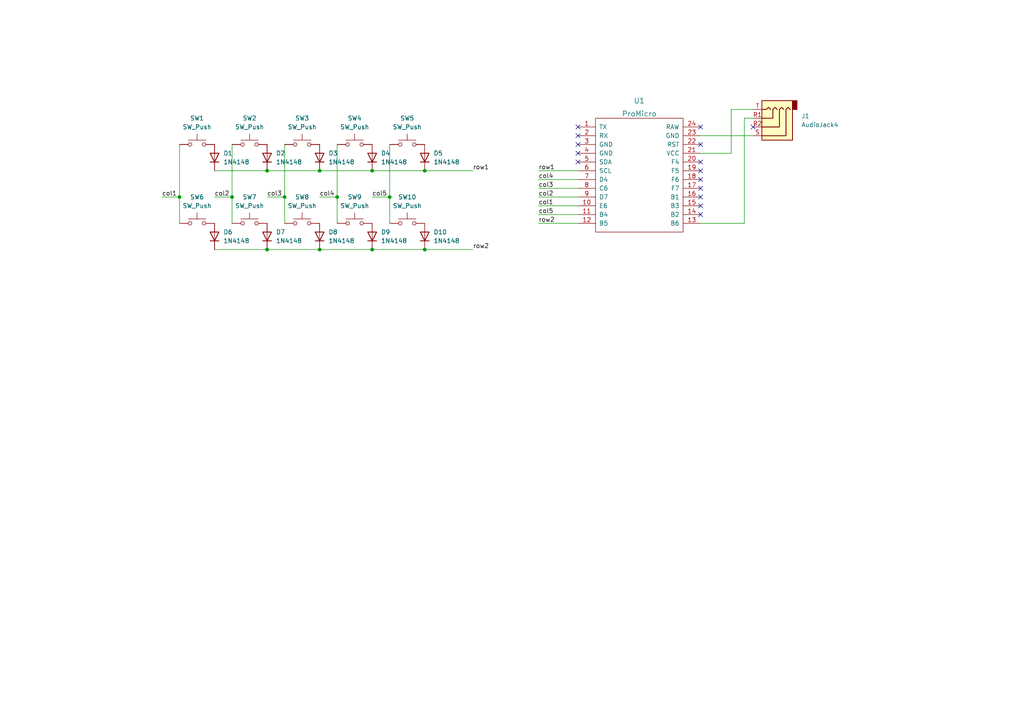
<source format=kicad_sch>
(kicad_sch (version 20211123) (generator eeschema)
  (paper "A4")
  (lib_symbols
    (symbol "Connector:AudioJack4"
      (property "Reference" "J" (at 0 8.89 0))
      (property "Value" "AudioJack4" (at 0 6.35 0))
      (symbol "AudioJack4_0_1"
        (rectangle (start -6.35 -5.08) (end -7.62 -7.62) (stroke (width 0.254)) (fill (type outline)))
        (polyline (pts (xy 0 -5.08) (xy 0.635 -5.715) (xy 1.27 -5.08) (xy 2.54 -5.08)) (stroke (width 0.254)))
        (polyline (pts (xy -5.715 -5.08) (xy -5.08 -5.715) (xy -4.445 -5.08) (xy -4.445 2.54) (xy 2.54 2.54)) (stroke (width 0.254)))
        (polyline (pts (xy -1.905 -5.08) (xy -1.27 -5.715) (xy -0.635 -5.08) (xy -0.635 -2.54) (xy 2.54 -2.54)) (stroke (width 0.254)))
        (polyline (pts (xy 2.54 0) (xy -2.54 0) (xy -2.54 -5.08) (xy -3.175 -5.715) (xy -3.81 -5.08)) (stroke (width 0.254)))
        (rectangle (start 2.54 3.81) (end -6.35 -7.62) (stroke (width 0.254)) (fill (type background)))
      )
      (symbol "AudioJack4_1_1"
        (pin passive line (at 5.08 -2.54 180) (length 2.54) (name "~") (number "R1"))
        (pin passive line (at 5.08 0 180) (length 2.54) (name "~") (number "R2"))
        (pin passive line (at 5.08 2.54 180) (length 2.54) (name "~") (number "S"))
        (pin passive line (at 5.08 -5.08 180) (length 2.54) (name "~") (number "T"))
      )
    )
    (symbol "Diode:1N4148" (pin_numbers hide) (pin_names hide)
      (property "Reference" "D" (at 0 2.54 0))
      (property "Value" "1N4148" (at 0 -2.54 0))
      (symbol "1N4148_0_1"
        (polyline (pts (xy -1.27 1.27) (xy -1.27 -1.27)) (stroke (width 0.254)))
        (polyline (pts (xy 1.27 0) (xy -1.27 0)))
        (polyline (pts (xy 1.27 1.27) (xy 1.27 -1.27) (xy -1.27 0) (xy 1.27 1.27)) (stroke (width 0.254)))
      )
      (symbol "1N4148_1_1"
        (pin passive line (at -3.81 0 0) (length 2.54) (name "K") (number "1"))
        (pin passive line (at 3.81 0 180) (length 2.54) (name "A") (number "2"))
      )
    )
    (symbol "Switch:SW_Push" (pin_numbers hide) (pin_names (offset 1.016) hide)
      (property "Reference" "SW" (at 1.27 2.54 0))
      (property "Value" "SW_Push" (at 0 -1.524 0))
      (symbol "SW_Push_0_1"
        (circle (center -2.032 0) (radius 0.508))
        (polyline (pts (xy 0 1.27) (xy 0 3.048)))
        (polyline (pts (xy 2.54 1.27) (xy -2.54 1.27)))
        (circle (center 2.032 0) (radius 0.508))
        (pin passive line (at -5.08 0 0) (length 2.54) (name "1") (number "1"))
        (pin passive line (at 5.08 0 180) (length 2.54) (name "2") (number "2"))
      )
    )
    (symbol "promicro:ProMicro" (pin_names (offset 1.016))
      (property "Reference" "U" (at 0 24.13 0))
      (property "Value" "ProMicro" (at 0 -13.97 0))
      (symbol "ProMicro_0_1"
        (rectangle (start -12.7 21.59) (end 12.7 -11.43))
      )
      (symbol "ProMicro_1_1"
        (pin bidirectional line (at -17.78 19.05 0) (length 5.08) (name "TX") (number "1"))
        (pin bidirectional line (at -17.78 -3.81 0) (length 5.08) (name "E6") (number "10"))
        (pin bidirectional line (at -17.78 -6.35 0) (length 5.08) (name "B4") (number "11"))
        (pin bidirectional line (at -17.78 -8.89 0) (length 5.08) (name "B5") (number "12"))
        (pin bidirectional line (at 17.78 -8.89 180) (length 5.08) (name "B6") (number "13"))
        (pin bidirectional line (at 17.78 -6.35 180) (length 5.08) (name "B2") (number "14"))
        (pin bidirectional line (at 17.78 -3.81 180) (length 5.08) (name "B3") (number "15"))
        (pin bidirectional line (at 17.78 -1.27 180) (length 5.08) (name "B1") (number "16"))
        (pin bidirectional line (at 17.78 1.27 180) (length 5.08) (name "F7") (number "17"))
        (pin bidirectional line (at 17.78 3.81 180) (length 5.08) (name "F6") (number "18"))
        (pin bidirectional line (at 17.78 6.35 180) (length 5.08) (name "F5") (number "19"))
        (pin bidirectional line (at -17.78 16.51 0) (length 5.08) (name "RX") (number "2"))
        (pin bidirectional line (at 17.78 8.89 180) (length 5.08) (name "F4") (number "20"))
        (pin power_in line (at 17.78 11.43 180) (length 5.08) (name "VCC") (number "21"))
        (pin input line (at 17.78 13.97 180) (length 5.08) (name "RST") (number "22"))
        (pin power_in line (at 17.78 16.51 180) (length 5.08) (name "GND") (number "23"))
        (pin power_out line (at 17.78 19.05 180) (length 5.08) (name "RAW") (number "24"))
        (pin power_in line (at -17.78 13.97 0) (length 5.08) (name "GND") (number "3"))
        (pin power_in line (at -17.78 11.43 0) (length 5.08) (name "GND") (number "4"))
        (pin bidirectional line (at -17.78 8.89 0) (length 5.08) (name "SDA") (number "5"))
        (pin bidirectional line (at -17.78 6.35 0) (length 5.08) (name "SCL") (number "6"))
        (pin bidirectional line (at -17.78 3.81 0) (length 5.08) (name "D4") (number "7"))
        (pin bidirectional line (at -17.78 1.27 0) (length 5.08) (name "C6") (number "8"))
        (pin bidirectional line (at -17.78 -1.27 0) (length 5.08) (name "D7") (number "9"))
      )
    )
  )
  (junction (at 123.19 49.53))
  (junction (at 123.19 72.39))
  (junction (at 107.95 49.53))
  (junction (at 52.07 57.15))
  (junction (at 113.03 57.15))
  (junction (at 67.31 57.15))
  (junction (at 82.55 57.15))
  (junction (at 107.95 72.39))
  (junction (at 97.79 57.15))
  (junction (at 92.71 49.53))
  (junction (at 77.47 49.53))
  (junction (at 77.47 72.39))
  (junction (at 92.71 72.39))
  (no_connect (at 203.2 52.07))
  (no_connect (at 203.2 62.23))
  (no_connect (at 167.64 41.91))
  (no_connect (at 203.2 41.91))
  (no_connect (at 167.64 36.83))
  (no_connect (at 167.64 44.45))
  (no_connect (at 203.2 49.53))
  (no_connect (at 203.2 46.99))
  (no_connect (at 167.64 46.99))
  (no_connect (at 167.64 39.37))
  (no_connect (at 203.2 59.69))
  (no_connect (at 218.44 36.83))
  (no_connect (at 203.2 36.83))
  (no_connect (at 203.2 54.61))
  (no_connect (at 203.2 57.15))
  (wire (pts (xy 62.23 49.53) (xy 77.47 49.53)))
  (wire (pts (xy 97.79 41.91) (xy 97.79 57.15)))
  (wire (pts (xy 156.21 52.07) (xy 167.64 52.07)))
  (wire (pts (xy 218.44 31.75) (xy 212.09 31.75)))
  (wire (pts (xy 113.03 41.91) (xy 113.03 57.15)))
  (wire (pts (xy 113.03 57.15) (xy 113.03 64.77)))
  (wire (pts (xy 92.71 72.39) (xy 107.95 72.39)))
  (wire (pts (xy 52.07 57.15) (xy 46.99 57.15)))
  (wire (pts (xy 123.19 49.53) (xy 137.16 49.53)))
  (wire (pts (xy 107.95 49.53) (xy 123.19 49.53)))
  (wire (pts (xy 107.95 72.39) (xy 123.19 72.39)))
  (wire (pts (xy 67.31 57.15) (xy 67.31 64.77)))
  (wire (pts (xy 113.03 57.15) (xy 107.95 57.15)))
  (wire (pts (xy 215.9 34.29) (xy 215.9 64.77)))
  (wire (pts (xy 215.9 34.29) (xy 218.44 34.29)))
  (wire (pts (xy 62.23 72.39) (xy 77.47 72.39)))
  (wire (pts (xy 77.47 72.39) (xy 92.71 72.39)))
  (wire (pts (xy 67.31 41.91) (xy 67.31 57.15)))
  (wire (pts (xy 77.47 49.53) (xy 92.71 49.53)))
  (wire (pts (xy 156.21 62.23) (xy 167.64 62.23)))
  (wire (pts (xy 92.71 49.53) (xy 107.95 49.53)))
  (wire (pts (xy 215.9 64.77) (xy 203.2 64.77)))
  (wire (pts (xy 156.21 59.69) (xy 167.64 59.69)))
  (wire (pts (xy 212.09 44.45) (xy 203.2 44.45)))
  (wire (pts (xy 82.55 57.15) (xy 82.55 64.77)))
  (wire (pts (xy 52.07 41.91) (xy 52.07 57.15)))
  (wire (pts (xy 123.19 72.39) (xy 137.16 72.39)))
  (wire (pts (xy 203.2 39.37) (xy 218.44 39.37)))
  (wire (pts (xy 67.31 57.15) (xy 62.23 57.15)))
  (wire (pts (xy 82.55 41.91) (xy 82.55 57.15)))
  (wire (pts (xy 156.21 64.77) (xy 167.64 64.77)))
  (wire (pts (xy 82.55 57.15) (xy 77.47 57.15)))
  (wire (pts (xy 97.79 57.15) (xy 92.71 57.15)))
  (wire (pts (xy 97.79 57.15) (xy 97.79 64.77)))
  (wire (pts (xy 212.09 31.75) (xy 212.09 44.45)))
  (wire (pts (xy 52.07 57.15) (xy 52.07 64.77)))
  (wire (pts (xy 156.21 57.15) (xy 167.64 57.15)))
  (wire (pts (xy 156.21 49.53) (xy 167.64 49.53)))
  (wire (pts (xy 156.21 54.61) (xy 167.64 54.61)))
  (label "row1" (at 137.16 49.53 0))
  (label "col3" (at 156.21 54.61 0))
  (label "col3" (at 77.47 57.15 0))
  (label "col2" (at 156.21 57.15 0))
  (label "col5" (at 156.21 62.23 0))
  (label "col5" (at 107.95 57.15 0))
  (label "row2" (at 156.21 64.77 0))
  (label "row2" (at 137.16 72.39 0))
  (label "col1" (at 156.21 59.69 0))
  (label "row1" (at 156.21 49.53 0))
  (label "col1" (at 46.99 57.15 0))
  (label "col4" (at 92.71 57.15 0))
  (label "col4" (at 156.21 52.07 0))
  (label "col2" (at 62.23 57.15 0))
  (symbol (lib_id "Switch:SW_Push") (at 118.11 64.77 0) (unit 1)
    (property "Reference" "SW10" (at 118.11 57.15 0))
    (property "Value" "SW_Push" (at 118.11 59.69 0))
    (property "Footprint" "Switch_Keyboard_Hotswap_Kailh:SW_Hotswap_Kailh_Choc_V1V2_1.00u" (effects hide))
  )
  (symbol (lib_id "Diode:1N4148") (at 107.95 68.58 90) (unit 1)
    (property "Reference" "D9" (at 110.49 67.3099 90) (effects (justify right)))
    (property "Value" "1N4148" (at 110.49 69.8499 90) (effects (justify right)))
    (property "Footprint" "Diode_THT:D_DO-35_SOD27_P7.62mm_Horizontal" (effects hide))
    (property "Datasheet" "https://assets.nexperia.com/documents/data-sheet/1N4148_1N4448.pdf" (effects hide))
  )
  (symbol (lib_id "Connector:AudioJack4") (at 223.52 36.83 180) (unit 1)
    (property "Reference" "J1" (at 232.41 33.6549 0) (effects (justify right)))
    (property "Value" "AudioJack4" (at 232.41 36.1949 0) (effects (justify right)))
    (property "Footprint" "Connector_Audio:Jack_3.5mm_PJ320D_Horizontal" (effects hide))
  )
  (symbol (lib_id "Diode:1N4148") (at 92.71 68.58 90) (unit 1)
    (property "Reference" "D8" (at 95.25 67.3099 90) (effects (justify right)))
    (property "Value" "1N4148" (at 95.25 69.8499 90) (effects (justify right)))
    (property "Footprint" "Diode_THT:D_DO-35_SOD27_P7.62mm_Horizontal" (effects hide))
    (property "Datasheet" "https://assets.nexperia.com/documents/data-sheet/1N4148_1N4448.pdf" (effects hide))
  )
  (symbol (lib_id "Switch:SW_Push") (at 118.11 41.91 0) (unit 1)
    (property "Reference" "SW5" (at 118.11 34.29 0))
    (property "Value" "SW_Push" (at 118.11 36.83 0))
    (property "Footprint" "Switch_Keyboard_Hotswap_Kailh:SW_Hotswap_Kailh_Choc_V1V2_1.00u" (effects hide))
  )
  (symbol (lib_id "Switch:SW_Push") (at 87.63 64.77 0) (unit 1)
    (property "Reference" "SW8" (at 87.63 57.15 0))
    (property "Value" "SW_Push" (at 87.63 59.69 0))
    (property "Footprint" "Switch_Keyboard_Hotswap_Kailh:SW_Hotswap_Kailh_Choc_V1V2_1.00u" (effects hide))
  )
  (symbol (lib_id "Diode:1N4148") (at 123.19 68.58 90) (unit 1)
    (property "Reference" "D10" (at 125.73 67.3099 90) (effects (justify right)))
    (property "Value" "1N4148" (at 125.73 69.8499 90) (effects (justify right)))
    (property "Footprint" "Diode_THT:D_DO-35_SOD27_P7.62mm_Horizontal" (effects hide))
    (property "Datasheet" "https://assets.nexperia.com/documents/data-sheet/1N4148_1N4448.pdf" (effects hide))
  )
  (symbol (lib_id "Switch:SW_Push") (at 57.15 64.77 0) (unit 1)
    (property "Reference" "SW6" (at 57.15 57.15 0))
    (property "Value" "SW_Push" (at 57.15 59.69 0))
    (property "Footprint" "Switch_Keyboard_Hotswap_Kailh:SW_Hotswap_Kailh_Choc_V1V2_1.00u" (effects hide))
  )
  (symbol (lib_id "Diode:1N4148") (at 123.19 45.72 90) (unit 1)
    (property "Reference" "D5" (at 125.73 44.4499 90) (effects (justify right)))
    (property "Value" "1N4148" (at 125.73 46.9899 90) (effects (justify right)))
    (property "Footprint" "Diode_THT:D_DO-35_SOD27_P7.62mm_Horizontal" (effects hide))
    (property "Datasheet" "https://assets.nexperia.com/documents/data-sheet/1N4148_1N4448.pdf" (effects hide))
  )
  (symbol (lib_id "Switch:SW_Push") (at 72.39 41.91 0) (unit 1)
    (property "Reference" "SW2" (at 72.39 34.29 0))
    (property "Value" "SW_Push" (at 72.39 36.83 0))
    (property "Footprint" "Switch_Keyboard_Hotswap_Kailh:SW_Hotswap_Kailh_Choc_V1V2_1.00u" (effects hide))
  )
  (symbol (lib_id "Diode:1N4148") (at 107.95 45.72 90) (unit 1)
    (property "Reference" "D4" (at 110.49 44.4499 90) (effects (justify right)))
    (property "Value" "1N4148" (at 110.49 46.9899 90) (effects (justify right)))
    (property "Footprint" "Diode_THT:D_DO-35_SOD27_P7.62mm_Horizontal" (effects hide))
    (property "Datasheet" "https://assets.nexperia.com/documents/data-sheet/1N4148_1N4448.pdf" (effects hide))
  )
  (symbol (lib_id "Diode:1N4148") (at 92.71 45.72 90) (unit 1)
    (property "Reference" "D3" (at 95.25 44.4499 90) (effects (justify right)))
    (property "Value" "1N4148" (at 95.25 46.9899 90) (effects (justify right)))
    (property "Footprint" "Diode_THT:D_DO-35_SOD27_P7.62mm_Horizontal" (effects hide))
    (property "Datasheet" "https://assets.nexperia.com/documents/data-sheet/1N4148_1N4448.pdf" (effects hide))
  )
  (symbol (lib_id "Switch:SW_Push") (at 57.15 41.91 0) (unit 1)
    (property "Reference" "SW1" (at 57.15 34.29 0))
    (property "Value" "SW_Push" (at 57.15 36.83 0))
    (property "Footprint" "Switch_Keyboard_Hotswap_Kailh:SW_Hotswap_Kailh_Choc_V1V2_1.00u" (effects hide))
  )
  (symbol (lib_id "Diode:1N4148") (at 77.47 68.58 90) (unit 1)
    (property "Reference" "D7" (at 80.01 67.3099 90) (effects (justify right)))
    (property "Value" "1N4148" (at 80.01 69.8499 90) (effects (justify right)))
    (property "Footprint" "Diode_THT:D_DO-35_SOD27_P7.62mm_Horizontal" (effects hide))
    (property "Datasheet" "https://assets.nexperia.com/documents/data-sheet/1N4148_1N4448.pdf" (effects hide))
  )
  (symbol (lib_id "Diode:1N4148") (at 77.47 45.72 90) (unit 1)
    (property "Reference" "D2" (at 80.01 44.4499 90) (effects (justify right)))
    (property "Value" "1N4148" (at 80.01 46.9899 90) (effects (justify right)))
    (property "Footprint" "Diode_THT:D_DO-35_SOD27_P7.62mm_Horizontal" (effects hide))
    (property "Datasheet" "https://assets.nexperia.com/documents/data-sheet/1N4148_1N4448.pdf" (effects hide))
  )
  (symbol (lib_id "promicro:ProMicro") (at 185.42 55.88 0) (unit 1)
    (property "Reference" "U1" (at 185.42 29.21 0) (effects (font (size 1.524 1.524))))
    (property "Value" "ProMicro" (at 185.42 33.02 0) (effects (font (size 1.524 1.524))))
    (property "Footprint" "promicro:ProMicro" (effects hide))
  )
  (symbol (lib_id "Switch:SW_Push") (at 87.63 41.91 0) (unit 1)
    (property "Reference" "SW3" (at 87.63 34.29 0))
    (property "Value" "SW_Push" (at 87.63 36.83 0))
    (property "Footprint" "Switch_Keyboard_Hotswap_Kailh:SW_Hotswap_Kailh_Choc_V1V2_1.00u" (effects hide))
  )
  (symbol (lib_id "Diode:1N4148") (at 62.23 45.72 90) (unit 1)
    (property "Reference" "D1" (at 64.77 44.4499 90) (effects (justify right)))
    (property "Value" "1N4148" (at 64.77 46.9899 90) (effects (justify right)))
    (property "Footprint" "Diode_THT:D_DO-35_SOD27_P7.62mm_Horizontal" (effects hide))
    (property "Datasheet" "https://assets.nexperia.com/documents/data-sheet/1N4148_1N4448.pdf" (effects hide))
  )
  (symbol (lib_id "Diode:1N4148") (at 62.23 68.58 90) (unit 1)
    (property "Reference" "D6" (at 64.77 67.3099 90) (effects (justify right)))
    (property "Value" "1N4148" (at 64.77 69.8499 90) (effects (justify right)))
    (property "Footprint" "Diode_THT:D_DO-35_SOD27_P7.62mm_Horizontal" (effects hide))
    (property "Datasheet" "https://assets.nexperia.com/documents/data-sheet/1N4148_1N4448.pdf" (effects hide))
  )
  (symbol (lib_id "Switch:SW_Push") (at 102.87 41.91 0) (unit 1)
    (property "Reference" "SW4" (at 102.87 34.29 0))
    (property "Value" "SW_Push" (at 102.87 36.83 0))
    (property "Footprint" "Switch_Keyboard_Hotswap_Kailh:SW_Hotswap_Kailh_Choc_V1V2_1.00u" (effects hide))
  )
  (symbol (lib_id "Switch:SW_Push") (at 102.87 64.77 0) (unit 1)
    (property "Reference" "SW9" (at 102.87 57.15 0))
    (property "Value" "SW_Push" (at 102.87 59.69 0))
    (property "Footprint" "Switch_Keyboard_Hotswap_Kailh:SW_Hotswap_Kailh_Choc_V1V2_1.00u" (effects hide))
  )
  (symbol (lib_id "Switch:SW_Push") (at 72.39 64.77 0) (unit 1)
    (property "Reference" "SW7" (at 72.39 57.15 0))
    (property "Value" "SW_Push" (at 72.39 59.69 0))
    (property "Footprint" "Switch_Keyboard_Hotswap_Kailh:SW_Hotswap_Kailh_Choc_V1V2_1.00u" (effects hide))
  )
)
</source>
